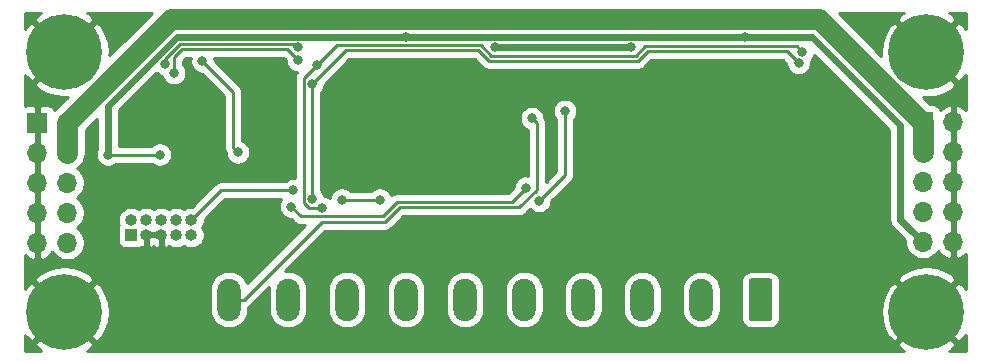
<source format=gbr>
G04 #@! TF.GenerationSoftware,KiCad,Pcbnew,5.1.5+dfsg1-2build2*
G04 #@! TF.CreationDate,2020-10-19T23:11:39-07:00*
G04 #@! TF.ProjectId,evc_seriously,6576635f-7365-4726-996f-75736c792e6b,rev?*
G04 #@! TF.SameCoordinates,Original*
G04 #@! TF.FileFunction,Copper,L2,Bot*
G04 #@! TF.FilePolarity,Positive*
%FSLAX46Y46*%
G04 Gerber Fmt 4.6, Leading zero omitted, Abs format (unit mm)*
G04 Created by KiCad (PCBNEW 5.1.5+dfsg1-2build2) date 2020-10-19 23:11:39*
%MOMM*%
%LPD*%
G04 APERTURE LIST*
%ADD10C,0.100000*%
%ADD11O,2.000000X3.600000*%
%ADD12R,1.000000X1.000000*%
%ADD13O,1.000000X1.000000*%
%ADD14R,1.700000X1.700000*%
%ADD15O,1.700000X1.700000*%
%ADD16C,6.400000*%
%ADD17C,0.800000*%
%ADD18C,1.800000*%
%ADD19C,0.250000*%
%ADD20C,0.600000*%
%ADD21C,0.254000*%
G04 APERTURE END LIST*
G04 #@! TA.AperFunction,ComponentPad*
D10*
G36*
X203720504Y-123169204D02*
G01*
X203744773Y-123172804D01*
X203768571Y-123178765D01*
X203791671Y-123187030D01*
X203813849Y-123197520D01*
X203834893Y-123210133D01*
X203854598Y-123224747D01*
X203872777Y-123241223D01*
X203889253Y-123259402D01*
X203903867Y-123279107D01*
X203916480Y-123300151D01*
X203926970Y-123322329D01*
X203935235Y-123345429D01*
X203941196Y-123369227D01*
X203944796Y-123393496D01*
X203946000Y-123418000D01*
X203946000Y-126518000D01*
X203944796Y-126542504D01*
X203941196Y-126566773D01*
X203935235Y-126590571D01*
X203926970Y-126613671D01*
X203916480Y-126635849D01*
X203903867Y-126656893D01*
X203889253Y-126676598D01*
X203872777Y-126694777D01*
X203854598Y-126711253D01*
X203834893Y-126725867D01*
X203813849Y-126738480D01*
X203791671Y-126748970D01*
X203768571Y-126757235D01*
X203744773Y-126763196D01*
X203720504Y-126766796D01*
X203696000Y-126768000D01*
X202196000Y-126768000D01*
X202171496Y-126766796D01*
X202147227Y-126763196D01*
X202123429Y-126757235D01*
X202100329Y-126748970D01*
X202078151Y-126738480D01*
X202057107Y-126725867D01*
X202037402Y-126711253D01*
X202019223Y-126694777D01*
X202002747Y-126676598D01*
X201988133Y-126656893D01*
X201975520Y-126635849D01*
X201965030Y-126613671D01*
X201956765Y-126590571D01*
X201950804Y-126566773D01*
X201947204Y-126542504D01*
X201946000Y-126518000D01*
X201946000Y-123418000D01*
X201947204Y-123393496D01*
X201950804Y-123369227D01*
X201956765Y-123345429D01*
X201965030Y-123322329D01*
X201975520Y-123300151D01*
X201988133Y-123279107D01*
X202002747Y-123259402D01*
X202019223Y-123241223D01*
X202037402Y-123224747D01*
X202057107Y-123210133D01*
X202078151Y-123197520D01*
X202100329Y-123187030D01*
X202123429Y-123178765D01*
X202147227Y-123172804D01*
X202171496Y-123169204D01*
X202196000Y-123168000D01*
X203696000Y-123168000D01*
X203720504Y-123169204D01*
G37*
G04 #@! TD.AperFunction*
D11*
X197946000Y-124968000D03*
X192946000Y-124968000D03*
X187946000Y-124968000D03*
X182946000Y-124968000D03*
X177946000Y-124968000D03*
X172946000Y-124968000D03*
X167946000Y-124968000D03*
X162946000Y-124968000D03*
X157946000Y-124968000D03*
D12*
X149660000Y-119500000D03*
D13*
X149660000Y-118230000D03*
X150930000Y-119500000D03*
X150930000Y-118230000D03*
X152200000Y-119500000D03*
X152200000Y-118230000D03*
X153470000Y-119500000D03*
X153470000Y-118230000D03*
X154740000Y-119500000D03*
X154740000Y-118230000D03*
D14*
X216710000Y-109920000D03*
D15*
X219250000Y-109920000D03*
X216710000Y-112460000D03*
X219250000Y-112460000D03*
X216710000Y-115000000D03*
X219250000Y-115000000D03*
X216710000Y-117540000D03*
X219250000Y-117540000D03*
X216710000Y-120080000D03*
X219250000Y-120080000D03*
X144272000Y-120160000D03*
X141732000Y-120160000D03*
X144272000Y-117620000D03*
X141732000Y-117620000D03*
X144272000Y-115080000D03*
X141732000Y-115080000D03*
X144272000Y-112540000D03*
X141732000Y-112540000D03*
X144272000Y-110000000D03*
D14*
X141732000Y-110000000D03*
D16*
X217000000Y-126000000D03*
X144000000Y-104000000D03*
X217000000Y-104000000D03*
X144000000Y-126000000D03*
D17*
X174100000Y-101200000D03*
X196700000Y-101200000D03*
X187300000Y-101200000D03*
X153600000Y-101200000D03*
X155900000Y-127200000D03*
X161800000Y-109800000D03*
X157000000Y-111100000D03*
X167400000Y-120800000D03*
X172200000Y-119500000D03*
X174900000Y-119100000D03*
X176000000Y-105700000D03*
X179200000Y-107600000D03*
X199200000Y-106100000D03*
X198100000Y-107500000D03*
X188700000Y-107500000D03*
X202350000Y-112950000D03*
X192950000Y-112950000D03*
X200000000Y-115100000D03*
X205100000Y-127100000D03*
X148100000Y-127200000D03*
X172200000Y-106300000D03*
X160577249Y-105953341D03*
X161800000Y-107700000D03*
X189800000Y-106400000D03*
X183600000Y-107600000D03*
X187700000Y-114200000D03*
X192000000Y-103600000D03*
X180500000Y-103600000D03*
X201600000Y-102700000D03*
X152100000Y-112700000D03*
X147700000Y-112700000D03*
X172900000Y-102700000D03*
X186400000Y-109000000D03*
X184212653Y-116612653D03*
X183600000Y-109600000D03*
X163400000Y-115700000D03*
X165000000Y-116425000D03*
X165000000Y-106700000D03*
X206183772Y-104948685D03*
X165800000Y-117200000D03*
X206500000Y-104000000D03*
X165400000Y-105100000D03*
X152512353Y-105012353D03*
X163800000Y-103600000D03*
X163810602Y-104700000D03*
X153300000Y-105800000D03*
X158700000Y-112500000D03*
X155700000Y-104800000D03*
X167500000Y-116500000D03*
X170725000Y-116500000D03*
X163200000Y-117100000D03*
X183100000Y-115500000D03*
D18*
X207900000Y-101200000D02*
X216620000Y-109920000D01*
X216710000Y-109920000D02*
X216710000Y-112460000D01*
X144272000Y-110000000D02*
X144272000Y-112540000D01*
X144272000Y-110000000D02*
X150236000Y-104036000D01*
X196700000Y-101200000D02*
X207900000Y-101200000D01*
X150236000Y-104036000D02*
X153072000Y-101200000D01*
X187300000Y-101200000D02*
X196700000Y-101200000D01*
X153072000Y-101200000D02*
X187300000Y-101200000D01*
D19*
X154400000Y-127400000D02*
X154600000Y-127200000D01*
D20*
X192000000Y-103600000D02*
X181000000Y-103600000D01*
X180500000Y-103600000D02*
X181000000Y-103600000D01*
X207300000Y-102700000D02*
X201600000Y-102700000D01*
X214800000Y-110200000D02*
X207300000Y-102700000D01*
X214800000Y-118200000D02*
X214800000Y-110200000D01*
X215830001Y-119230001D02*
X214800000Y-118200000D01*
X215860001Y-119230001D02*
X215830001Y-119230001D01*
X216710000Y-120080000D02*
X215860001Y-119230001D01*
X193800000Y-102700000D02*
X201600000Y-102700000D01*
X172900000Y-102700000D02*
X193800000Y-102700000D01*
D19*
X152100000Y-112700000D02*
X147700000Y-112700000D01*
D20*
X147700000Y-108551912D02*
X147700000Y-112700000D01*
X153551912Y-102700000D02*
X147700000Y-108551912D01*
X172900000Y-102700000D02*
X153551912Y-102700000D01*
D19*
X186400000Y-114425306D02*
X186400000Y-109000000D01*
X184212653Y-116612653D02*
X186400000Y-114425306D01*
X183999999Y-109999999D02*
X183600000Y-109600000D01*
X182522994Y-117150008D02*
X183999999Y-115673003D01*
X172386400Y-117150010D02*
X182522994Y-117150008D01*
X171161400Y-118375010D02*
X172386400Y-117150010D01*
X165788989Y-118375011D02*
X171161400Y-118375010D01*
X183999999Y-115673003D02*
X183999999Y-109999999D01*
X159196000Y-124968000D02*
X165788989Y-118375011D01*
X157946000Y-124968000D02*
X159196000Y-124968000D01*
X157270000Y-115700000D02*
X154740000Y-118230000D01*
X163400000Y-115700000D02*
X157270000Y-115700000D01*
X165000000Y-106700000D02*
X165000000Y-116425000D01*
X167824989Y-103875011D02*
X165000000Y-106700000D01*
X179065599Y-103875011D02*
X167824989Y-103875011D01*
X179965599Y-104775011D02*
X179065599Y-103875011D01*
X192561399Y-104775011D02*
X179965599Y-104775011D01*
X193386400Y-103950010D02*
X192561399Y-104775011D01*
X205185097Y-103950010D02*
X193386400Y-103950010D01*
X206183772Y-104948685D02*
X205185097Y-103950010D01*
X164701998Y-117200000D02*
X165800000Y-117200000D01*
X164274999Y-116773001D02*
X164701998Y-117200000D01*
X164274999Y-106225001D02*
X164274999Y-116773001D01*
X165400000Y-105100000D02*
X164274999Y-106225001D01*
X167074999Y-103425001D02*
X165400000Y-105100000D01*
X180151999Y-104325001D02*
X179251999Y-103425001D01*
X179251999Y-103425001D02*
X167074999Y-103425001D01*
X193200000Y-103500000D02*
X192374999Y-104325001D01*
X206000000Y-103500000D02*
X193200000Y-103500000D01*
X192374999Y-104325001D02*
X180151999Y-104325001D01*
X206500000Y-104000000D02*
X206000000Y-103500000D01*
X153810798Y-103325010D02*
X152512353Y-104623455D01*
X152512353Y-104623455D02*
X152512353Y-105012353D01*
X163525010Y-103325010D02*
X153810798Y-103325010D01*
X163800000Y-103600000D02*
X163525010Y-103325010D01*
X163210602Y-104100000D02*
X163810602Y-104700000D01*
X163200000Y-104100000D02*
X163210602Y-104100000D01*
X162875020Y-103775020D02*
X163200000Y-104100000D01*
X153997198Y-103775020D02*
X162875020Y-103775020D01*
X153300000Y-104472218D02*
X153997198Y-103775020D01*
X153300000Y-105800000D02*
X153300000Y-104472218D01*
X158300001Y-112100001D02*
X158300001Y-107400001D01*
X158700000Y-112500000D02*
X158300001Y-112100001D01*
X158300001Y-107400001D02*
X155700000Y-104800000D01*
X167500000Y-116500000D02*
X170700000Y-116500000D01*
X170700000Y-116500000D02*
X170725000Y-116500000D01*
X181900000Y-116700000D02*
X183100000Y-115500000D01*
X170974999Y-117925001D02*
X172200000Y-116700000D01*
X172200000Y-116700000D02*
X181900000Y-116700000D01*
X164025001Y-117925001D02*
X170974999Y-117925001D01*
X163200000Y-117100000D02*
X164025001Y-117925001D01*
D21*
G36*
X141879330Y-100782445D02*
G01*
X141838912Y-100809452D01*
X141478724Y-101299119D01*
X144000000Y-103820395D01*
X146521276Y-101299119D01*
X146161088Y-100809452D01*
X145931745Y-100685000D01*
X151416182Y-100685000D01*
X149203917Y-102897266D01*
X149203912Y-102897270D01*
X147827309Y-104273873D01*
X147853480Y-104024305D01*
X147784178Y-103272062D01*
X147569452Y-102547792D01*
X147217555Y-101879330D01*
X147190548Y-101838912D01*
X146700881Y-101478724D01*
X144179605Y-104000000D01*
X144193748Y-104014143D01*
X144014143Y-104193748D01*
X144000000Y-104179605D01*
X141478724Y-106700881D01*
X141838912Y-107190548D01*
X142502882Y-107550849D01*
X143224385Y-107774694D01*
X143975695Y-107853480D01*
X144275305Y-107825878D01*
X143239920Y-108861263D01*
X143181339Y-108909339D01*
X143174936Y-108917141D01*
X143171502Y-108905820D01*
X143112537Y-108795506D01*
X143033185Y-108698815D01*
X142936494Y-108619463D01*
X142826180Y-108560498D01*
X142706482Y-108524188D01*
X142582000Y-108511928D01*
X142017750Y-108515000D01*
X141859000Y-108673750D01*
X141859000Y-109873000D01*
X141879000Y-109873000D01*
X141879000Y-110127000D01*
X141859000Y-110127000D01*
X141859000Y-112413000D01*
X141879000Y-112413000D01*
X141879000Y-112667000D01*
X141859000Y-112667000D01*
X141859000Y-114953000D01*
X141879000Y-114953000D01*
X141879000Y-115207000D01*
X141859000Y-115207000D01*
X141859000Y-117493000D01*
X141879000Y-117493000D01*
X141879000Y-117747000D01*
X141859000Y-117747000D01*
X141859000Y-120033000D01*
X141879000Y-120033000D01*
X141879000Y-120287000D01*
X141859000Y-120287000D01*
X141859000Y-121480814D01*
X142088891Y-121601481D01*
X142363252Y-121504157D01*
X142613355Y-121355178D01*
X142829588Y-121160269D01*
X143000900Y-120930594D01*
X143118525Y-121106632D01*
X143325368Y-121313475D01*
X143568589Y-121475990D01*
X143838842Y-121587932D01*
X144125740Y-121645000D01*
X144418260Y-121645000D01*
X144705158Y-121587932D01*
X144975411Y-121475990D01*
X145218632Y-121313475D01*
X145425475Y-121106632D01*
X145587990Y-120863411D01*
X145699932Y-120593158D01*
X145757000Y-120306260D01*
X145757000Y-120013740D01*
X145699932Y-119726842D01*
X145587990Y-119456589D01*
X145425475Y-119213368D01*
X145218632Y-119006525D01*
X145044240Y-118890000D01*
X145218632Y-118773475D01*
X145425475Y-118566632D01*
X145587990Y-118323411D01*
X145699932Y-118053158D01*
X145757000Y-117766260D01*
X145757000Y-117473740D01*
X145699932Y-117186842D01*
X145587990Y-116916589D01*
X145425475Y-116673368D01*
X145218632Y-116466525D01*
X145044240Y-116350000D01*
X145218632Y-116233475D01*
X145425475Y-116026632D01*
X145587990Y-115783411D01*
X145699932Y-115513158D01*
X145757000Y-115226260D01*
X145757000Y-114933740D01*
X145699932Y-114646842D01*
X145587990Y-114376589D01*
X145425475Y-114133368D01*
X145218632Y-113926525D01*
X145092255Y-113842083D01*
X145128927Y-113822481D01*
X145362661Y-113630661D01*
X145554481Y-113396927D01*
X145697017Y-113130261D01*
X145784790Y-112840913D01*
X145807000Y-112615408D01*
X145807000Y-110635817D01*
X146765000Y-109677817D01*
X146765001Y-112252702D01*
X146704774Y-112398102D01*
X146665000Y-112598061D01*
X146665000Y-112801939D01*
X146704774Y-113001898D01*
X146782795Y-113190256D01*
X146896063Y-113359774D01*
X147040226Y-113503937D01*
X147209744Y-113617205D01*
X147398102Y-113695226D01*
X147598061Y-113735000D01*
X147801939Y-113735000D01*
X148001898Y-113695226D01*
X148190256Y-113617205D01*
X148359774Y-113503937D01*
X148403711Y-113460000D01*
X151396289Y-113460000D01*
X151440226Y-113503937D01*
X151609744Y-113617205D01*
X151798102Y-113695226D01*
X151998061Y-113735000D01*
X152201939Y-113735000D01*
X152401898Y-113695226D01*
X152590256Y-113617205D01*
X152759774Y-113503937D01*
X152903937Y-113359774D01*
X153017205Y-113190256D01*
X153095226Y-113001898D01*
X153135000Y-112801939D01*
X153135000Y-112598061D01*
X153095226Y-112398102D01*
X153017205Y-112209744D01*
X152903937Y-112040226D01*
X152759774Y-111896063D01*
X152590256Y-111782795D01*
X152401898Y-111704774D01*
X152201939Y-111665000D01*
X151998061Y-111665000D01*
X151798102Y-111704774D01*
X151609744Y-111782795D01*
X151440226Y-111896063D01*
X151396289Y-111940000D01*
X148635000Y-111940000D01*
X148635000Y-108939201D01*
X151805245Y-105768956D01*
X151852579Y-105816290D01*
X152022097Y-105929558D01*
X152210455Y-106007579D01*
X152289126Y-106023227D01*
X152304774Y-106101898D01*
X152382795Y-106290256D01*
X152496063Y-106459774D01*
X152640226Y-106603937D01*
X152809744Y-106717205D01*
X152998102Y-106795226D01*
X153198061Y-106835000D01*
X153401939Y-106835000D01*
X153601898Y-106795226D01*
X153790256Y-106717205D01*
X153959774Y-106603937D01*
X154103937Y-106459774D01*
X154217205Y-106290256D01*
X154295226Y-106101898D01*
X154335000Y-105901939D01*
X154335000Y-105698061D01*
X154295226Y-105498102D01*
X154217205Y-105309744D01*
X154103937Y-105140226D01*
X154060000Y-105096289D01*
X154060000Y-104787019D01*
X154312000Y-104535020D01*
X154697431Y-104535020D01*
X154665000Y-104698061D01*
X154665000Y-104901939D01*
X154704774Y-105101898D01*
X154782795Y-105290256D01*
X154896063Y-105459774D01*
X155040226Y-105603937D01*
X155209744Y-105717205D01*
X155398102Y-105795226D01*
X155598061Y-105835000D01*
X155660199Y-105835000D01*
X157540002Y-107714804D01*
X157540001Y-112062678D01*
X157536325Y-112100001D01*
X157540001Y-112137323D01*
X157540001Y-112137333D01*
X157550998Y-112248986D01*
X157594455Y-112392247D01*
X157665000Y-112524226D01*
X157665000Y-112601939D01*
X157704774Y-112801898D01*
X157782795Y-112990256D01*
X157896063Y-113159774D01*
X158040226Y-113303937D01*
X158209744Y-113417205D01*
X158398102Y-113495226D01*
X158598061Y-113535000D01*
X158801939Y-113535000D01*
X159001898Y-113495226D01*
X159190256Y-113417205D01*
X159359774Y-113303937D01*
X159503937Y-113159774D01*
X159617205Y-112990256D01*
X159695226Y-112801898D01*
X159735000Y-112601939D01*
X159735000Y-112398061D01*
X159695226Y-112198102D01*
X159617205Y-112009744D01*
X159503937Y-111840226D01*
X159359774Y-111696063D01*
X159190256Y-111582795D01*
X159060001Y-111528841D01*
X159060001Y-107437326D01*
X159063677Y-107400001D01*
X159060001Y-107362676D01*
X159060001Y-107362668D01*
X159049004Y-107251015D01*
X159005547Y-107107754D01*
X158934975Y-106975725D01*
X158840002Y-106860000D01*
X158811004Y-106836202D01*
X156735000Y-104760199D01*
X156735000Y-104698061D01*
X156702569Y-104535020D01*
X162560219Y-104535020D01*
X162636196Y-104610997D01*
X162659999Y-104640001D01*
X162748125Y-104712324D01*
X162775602Y-104739801D01*
X162775602Y-104801939D01*
X162815376Y-105001898D01*
X162893397Y-105190256D01*
X163006665Y-105359774D01*
X163150828Y-105503937D01*
X163320346Y-105617205D01*
X163508704Y-105695226D01*
X163696027Y-105732487D01*
X163679870Y-105752175D01*
X163640025Y-105800725D01*
X163585925Y-105901939D01*
X163569453Y-105932755D01*
X163525996Y-106076016D01*
X163514999Y-106187669D01*
X163514999Y-106187679D01*
X163511323Y-106225001D01*
X163514999Y-106262323D01*
X163515000Y-114667598D01*
X163501939Y-114665000D01*
X163298061Y-114665000D01*
X163098102Y-114704774D01*
X162909744Y-114782795D01*
X162740226Y-114896063D01*
X162696289Y-114940000D01*
X157307322Y-114940000D01*
X157269999Y-114936324D01*
X157232676Y-114940000D01*
X157232667Y-114940000D01*
X157121014Y-114950997D01*
X156977753Y-114994454D01*
X156845724Y-115065026D01*
X156729999Y-115159999D01*
X156706201Y-115188997D01*
X154800199Y-117095000D01*
X154628212Y-117095000D01*
X154408933Y-117138617D01*
X154202376Y-117224176D01*
X154105000Y-117289241D01*
X154007624Y-117224176D01*
X153801067Y-117138617D01*
X153581788Y-117095000D01*
X153358212Y-117095000D01*
X153138933Y-117138617D01*
X152932376Y-117224176D01*
X152835000Y-117289241D01*
X152737624Y-117224176D01*
X152531067Y-117138617D01*
X152311788Y-117095000D01*
X152088212Y-117095000D01*
X151868933Y-117138617D01*
X151662376Y-117224176D01*
X151565000Y-117289241D01*
X151467624Y-117224176D01*
X151261067Y-117138617D01*
X151041788Y-117095000D01*
X150818212Y-117095000D01*
X150598933Y-117138617D01*
X150392376Y-117224176D01*
X150295000Y-117289241D01*
X150197624Y-117224176D01*
X149991067Y-117138617D01*
X149771788Y-117095000D01*
X149548212Y-117095000D01*
X149328933Y-117138617D01*
X149122376Y-117224176D01*
X148936480Y-117348388D01*
X148778388Y-117506480D01*
X148654176Y-117692376D01*
X148568617Y-117898933D01*
X148525000Y-118118212D01*
X148525000Y-118341788D01*
X148568617Y-118561067D01*
X148614888Y-118672774D01*
X148570498Y-118755820D01*
X148534188Y-118875518D01*
X148521928Y-119000000D01*
X148521928Y-120000000D01*
X148534188Y-120124482D01*
X148570498Y-120244180D01*
X148629463Y-120354494D01*
X148708815Y-120451185D01*
X148805506Y-120530537D01*
X148915820Y-120589502D01*
X149035518Y-120625812D01*
X149160000Y-120638072D01*
X150160000Y-120638072D01*
X150284482Y-120625812D01*
X150404180Y-120589502D01*
X150493180Y-120541930D01*
X150573136Y-120577446D01*
X150628126Y-120594119D01*
X150803000Y-120467954D01*
X150803000Y-119627000D01*
X151057000Y-119627000D01*
X151057000Y-120467954D01*
X151231874Y-120594119D01*
X151286864Y-120577446D01*
X151490206Y-120487123D01*
X151565000Y-120434361D01*
X151639794Y-120487123D01*
X151843136Y-120577446D01*
X151898126Y-120594119D01*
X152073000Y-120467954D01*
X152073000Y-119627000D01*
X151057000Y-119627000D01*
X150803000Y-119627000D01*
X150798072Y-119627000D01*
X150798072Y-119373000D01*
X150803000Y-119373000D01*
X150803000Y-119361974D01*
X150818212Y-119365000D01*
X151041788Y-119365000D01*
X151057000Y-119361974D01*
X151057000Y-119373000D01*
X152073000Y-119373000D01*
X152073000Y-119361974D01*
X152088212Y-119365000D01*
X152311788Y-119365000D01*
X152327000Y-119361974D01*
X152327000Y-119373000D01*
X152338026Y-119373000D01*
X152335000Y-119388212D01*
X152335000Y-119611788D01*
X152338026Y-119627000D01*
X152327000Y-119627000D01*
X152327000Y-120467954D01*
X152501874Y-120594119D01*
X152556864Y-120577446D01*
X152760206Y-120487123D01*
X152830342Y-120437647D01*
X152932376Y-120505824D01*
X153138933Y-120591383D01*
X153358212Y-120635000D01*
X153581788Y-120635000D01*
X153801067Y-120591383D01*
X154007624Y-120505824D01*
X154105000Y-120440759D01*
X154202376Y-120505824D01*
X154408933Y-120591383D01*
X154628212Y-120635000D01*
X154851788Y-120635000D01*
X155071067Y-120591383D01*
X155277624Y-120505824D01*
X155463520Y-120381612D01*
X155621612Y-120223520D01*
X155745824Y-120037624D01*
X155831383Y-119831067D01*
X155875000Y-119611788D01*
X155875000Y-119388212D01*
X155831383Y-119168933D01*
X155745824Y-118962376D01*
X155680759Y-118865000D01*
X155745824Y-118767624D01*
X155831383Y-118561067D01*
X155875000Y-118341788D01*
X155875000Y-118169801D01*
X157584802Y-116460000D01*
X162382850Y-116460000D01*
X162282795Y-116609744D01*
X162204774Y-116798102D01*
X162165000Y-116998061D01*
X162165000Y-117201939D01*
X162204774Y-117401898D01*
X162282795Y-117590256D01*
X162396063Y-117759774D01*
X162540226Y-117903937D01*
X162709744Y-118017205D01*
X162898102Y-118095226D01*
X163098061Y-118135000D01*
X163160198Y-118135000D01*
X163461202Y-118436003D01*
X163485000Y-118465002D01*
X163513998Y-118488800D01*
X163600725Y-118559975D01*
X163732754Y-118630547D01*
X163876015Y-118674004D01*
X164025001Y-118688678D01*
X164062334Y-118685001D01*
X164404196Y-118685001D01*
X159483882Y-123605316D01*
X159463852Y-123539285D01*
X159312031Y-123255248D01*
X159107714Y-123006286D01*
X158858752Y-122801969D01*
X158574715Y-122650148D01*
X158266516Y-122556657D01*
X157946000Y-122525089D01*
X157625485Y-122556657D01*
X157317286Y-122650148D01*
X157033249Y-122801969D01*
X156784287Y-123006286D01*
X156579970Y-123255248D01*
X156428149Y-123539285D01*
X156334658Y-123847484D01*
X156311000Y-124087678D01*
X156311000Y-125848321D01*
X156334657Y-126088515D01*
X156428148Y-126396714D01*
X156579969Y-126680751D01*
X156784286Y-126929714D01*
X157033248Y-127134031D01*
X157317285Y-127285852D01*
X157625484Y-127379343D01*
X157946000Y-127410911D01*
X158266515Y-127379343D01*
X158574714Y-127285852D01*
X158858751Y-127134031D01*
X159107714Y-126929714D01*
X159312031Y-126680752D01*
X159463852Y-126396715D01*
X159557343Y-126088516D01*
X159581000Y-125848322D01*
X159581000Y-125623968D01*
X159620276Y-125602974D01*
X159736001Y-125508001D01*
X159759804Y-125478997D01*
X161328468Y-123910334D01*
X161311000Y-124087678D01*
X161311000Y-125848321D01*
X161334657Y-126088515D01*
X161428148Y-126396714D01*
X161579969Y-126680751D01*
X161784286Y-126929714D01*
X162033248Y-127134031D01*
X162317285Y-127285852D01*
X162625484Y-127379343D01*
X162946000Y-127410911D01*
X163266515Y-127379343D01*
X163574714Y-127285852D01*
X163858751Y-127134031D01*
X164107714Y-126929714D01*
X164312031Y-126680752D01*
X164463852Y-126396715D01*
X164557343Y-126088516D01*
X164581000Y-125848322D01*
X164581000Y-124087678D01*
X166311000Y-124087678D01*
X166311000Y-125848321D01*
X166334657Y-126088515D01*
X166428148Y-126396714D01*
X166579969Y-126680751D01*
X166784286Y-126929714D01*
X167033248Y-127134031D01*
X167317285Y-127285852D01*
X167625484Y-127379343D01*
X167946000Y-127410911D01*
X168266515Y-127379343D01*
X168574714Y-127285852D01*
X168858751Y-127134031D01*
X169107714Y-126929714D01*
X169312031Y-126680752D01*
X169463852Y-126396715D01*
X169557343Y-126088516D01*
X169581000Y-125848322D01*
X169581000Y-124087678D01*
X171311000Y-124087678D01*
X171311000Y-125848321D01*
X171334657Y-126088515D01*
X171428148Y-126396714D01*
X171579969Y-126680751D01*
X171784286Y-126929714D01*
X172033248Y-127134031D01*
X172317285Y-127285852D01*
X172625484Y-127379343D01*
X172946000Y-127410911D01*
X173266515Y-127379343D01*
X173574714Y-127285852D01*
X173858751Y-127134031D01*
X174107714Y-126929714D01*
X174312031Y-126680752D01*
X174463852Y-126396715D01*
X174557343Y-126088516D01*
X174581000Y-125848322D01*
X174581000Y-124087678D01*
X176311000Y-124087678D01*
X176311000Y-125848321D01*
X176334657Y-126088515D01*
X176428148Y-126396714D01*
X176579969Y-126680751D01*
X176784286Y-126929714D01*
X177033248Y-127134031D01*
X177317285Y-127285852D01*
X177625484Y-127379343D01*
X177946000Y-127410911D01*
X178266515Y-127379343D01*
X178574714Y-127285852D01*
X178858751Y-127134031D01*
X179107714Y-126929714D01*
X179312031Y-126680752D01*
X179463852Y-126396715D01*
X179557343Y-126088516D01*
X179581000Y-125848322D01*
X179581000Y-124087678D01*
X181311000Y-124087678D01*
X181311000Y-125848321D01*
X181334657Y-126088515D01*
X181428148Y-126396714D01*
X181579969Y-126680751D01*
X181784286Y-126929714D01*
X182033248Y-127134031D01*
X182317285Y-127285852D01*
X182625484Y-127379343D01*
X182946000Y-127410911D01*
X183266515Y-127379343D01*
X183574714Y-127285852D01*
X183858751Y-127134031D01*
X184107714Y-126929714D01*
X184312031Y-126680752D01*
X184463852Y-126396715D01*
X184557343Y-126088516D01*
X184581000Y-125848322D01*
X184581000Y-124087678D01*
X186311000Y-124087678D01*
X186311000Y-125848321D01*
X186334657Y-126088515D01*
X186428148Y-126396714D01*
X186579969Y-126680751D01*
X186784286Y-126929714D01*
X187033248Y-127134031D01*
X187317285Y-127285852D01*
X187625484Y-127379343D01*
X187946000Y-127410911D01*
X188266515Y-127379343D01*
X188574714Y-127285852D01*
X188858751Y-127134031D01*
X189107714Y-126929714D01*
X189312031Y-126680752D01*
X189463852Y-126396715D01*
X189557343Y-126088516D01*
X189581000Y-125848322D01*
X189581000Y-124087678D01*
X191311000Y-124087678D01*
X191311000Y-125848321D01*
X191334657Y-126088515D01*
X191428148Y-126396714D01*
X191579969Y-126680751D01*
X191784286Y-126929714D01*
X192033248Y-127134031D01*
X192317285Y-127285852D01*
X192625484Y-127379343D01*
X192946000Y-127410911D01*
X193266515Y-127379343D01*
X193574714Y-127285852D01*
X193858751Y-127134031D01*
X194107714Y-126929714D01*
X194312031Y-126680752D01*
X194463852Y-126396715D01*
X194557343Y-126088516D01*
X194581000Y-125848322D01*
X194581000Y-124087678D01*
X196311000Y-124087678D01*
X196311000Y-125848321D01*
X196334657Y-126088515D01*
X196428148Y-126396714D01*
X196579969Y-126680751D01*
X196784286Y-126929714D01*
X197033248Y-127134031D01*
X197317285Y-127285852D01*
X197625484Y-127379343D01*
X197946000Y-127410911D01*
X198266515Y-127379343D01*
X198574714Y-127285852D01*
X198858751Y-127134031D01*
X199107714Y-126929714D01*
X199312031Y-126680752D01*
X199463852Y-126396715D01*
X199557343Y-126088516D01*
X199581000Y-125848322D01*
X199581000Y-124087678D01*
X199557343Y-123847484D01*
X199463852Y-123539285D01*
X199399024Y-123418000D01*
X201307928Y-123418000D01*
X201307928Y-126518000D01*
X201324992Y-126691254D01*
X201375528Y-126857850D01*
X201457595Y-127011386D01*
X201568038Y-127145962D01*
X201702614Y-127256405D01*
X201856150Y-127338472D01*
X202022746Y-127389008D01*
X202196000Y-127406072D01*
X203696000Y-127406072D01*
X203869254Y-127389008D01*
X204035850Y-127338472D01*
X204189386Y-127256405D01*
X204323962Y-127145962D01*
X204434405Y-127011386D01*
X204516472Y-126857850D01*
X204567008Y-126691254D01*
X204584072Y-126518000D01*
X204584072Y-125975695D01*
X213146520Y-125975695D01*
X213215822Y-126727938D01*
X213430548Y-127452208D01*
X213782445Y-128120670D01*
X213809452Y-128161088D01*
X214299119Y-128521276D01*
X216820395Y-126000000D01*
X214299119Y-123478724D01*
X213809452Y-123838912D01*
X213449151Y-124502882D01*
X213225306Y-125224385D01*
X213146520Y-125975695D01*
X204584072Y-125975695D01*
X204584072Y-123418000D01*
X204572364Y-123299119D01*
X214478724Y-123299119D01*
X217000000Y-125820395D01*
X219521276Y-123299119D01*
X219161088Y-122809452D01*
X218497118Y-122449151D01*
X217775615Y-122225306D01*
X217024305Y-122146520D01*
X216272062Y-122215822D01*
X215547792Y-122430548D01*
X214879330Y-122782445D01*
X214838912Y-122809452D01*
X214478724Y-123299119D01*
X204572364Y-123299119D01*
X204567008Y-123244746D01*
X204516472Y-123078150D01*
X204434405Y-122924614D01*
X204323962Y-122790038D01*
X204189386Y-122679595D01*
X204035850Y-122597528D01*
X203869254Y-122546992D01*
X203696000Y-122529928D01*
X202196000Y-122529928D01*
X202022746Y-122546992D01*
X201856150Y-122597528D01*
X201702614Y-122679595D01*
X201568038Y-122790038D01*
X201457595Y-122924614D01*
X201375528Y-123078150D01*
X201324992Y-123244746D01*
X201307928Y-123418000D01*
X199399024Y-123418000D01*
X199312031Y-123255248D01*
X199107714Y-123006286D01*
X198858752Y-122801969D01*
X198574715Y-122650148D01*
X198266516Y-122556657D01*
X197946000Y-122525089D01*
X197625485Y-122556657D01*
X197317286Y-122650148D01*
X197033249Y-122801969D01*
X196784287Y-123006286D01*
X196579970Y-123255248D01*
X196428149Y-123539285D01*
X196334658Y-123847484D01*
X196311000Y-124087678D01*
X194581000Y-124087678D01*
X194557343Y-123847484D01*
X194463852Y-123539285D01*
X194312031Y-123255248D01*
X194107714Y-123006286D01*
X193858752Y-122801969D01*
X193574715Y-122650148D01*
X193266516Y-122556657D01*
X192946000Y-122525089D01*
X192625485Y-122556657D01*
X192317286Y-122650148D01*
X192033249Y-122801969D01*
X191784287Y-123006286D01*
X191579970Y-123255248D01*
X191428149Y-123539285D01*
X191334658Y-123847484D01*
X191311000Y-124087678D01*
X189581000Y-124087678D01*
X189557343Y-123847484D01*
X189463852Y-123539285D01*
X189312031Y-123255248D01*
X189107714Y-123006286D01*
X188858752Y-122801969D01*
X188574715Y-122650148D01*
X188266516Y-122556657D01*
X187946000Y-122525089D01*
X187625485Y-122556657D01*
X187317286Y-122650148D01*
X187033249Y-122801969D01*
X186784287Y-123006286D01*
X186579970Y-123255248D01*
X186428149Y-123539285D01*
X186334658Y-123847484D01*
X186311000Y-124087678D01*
X184581000Y-124087678D01*
X184557343Y-123847484D01*
X184463852Y-123539285D01*
X184312031Y-123255248D01*
X184107714Y-123006286D01*
X183858752Y-122801969D01*
X183574715Y-122650148D01*
X183266516Y-122556657D01*
X182946000Y-122525089D01*
X182625485Y-122556657D01*
X182317286Y-122650148D01*
X182033249Y-122801969D01*
X181784287Y-123006286D01*
X181579970Y-123255248D01*
X181428149Y-123539285D01*
X181334658Y-123847484D01*
X181311000Y-124087678D01*
X179581000Y-124087678D01*
X179557343Y-123847484D01*
X179463852Y-123539285D01*
X179312031Y-123255248D01*
X179107714Y-123006286D01*
X178858752Y-122801969D01*
X178574715Y-122650148D01*
X178266516Y-122556657D01*
X177946000Y-122525089D01*
X177625485Y-122556657D01*
X177317286Y-122650148D01*
X177033249Y-122801969D01*
X176784287Y-123006286D01*
X176579970Y-123255248D01*
X176428149Y-123539285D01*
X176334658Y-123847484D01*
X176311000Y-124087678D01*
X174581000Y-124087678D01*
X174557343Y-123847484D01*
X174463852Y-123539285D01*
X174312031Y-123255248D01*
X174107714Y-123006286D01*
X173858752Y-122801969D01*
X173574715Y-122650148D01*
X173266516Y-122556657D01*
X172946000Y-122525089D01*
X172625485Y-122556657D01*
X172317286Y-122650148D01*
X172033249Y-122801969D01*
X171784287Y-123006286D01*
X171579970Y-123255248D01*
X171428149Y-123539285D01*
X171334658Y-123847484D01*
X171311000Y-124087678D01*
X169581000Y-124087678D01*
X169557343Y-123847484D01*
X169463852Y-123539285D01*
X169312031Y-123255248D01*
X169107714Y-123006286D01*
X168858752Y-122801969D01*
X168574715Y-122650148D01*
X168266516Y-122556657D01*
X167946000Y-122525089D01*
X167625485Y-122556657D01*
X167317286Y-122650148D01*
X167033249Y-122801969D01*
X166784287Y-123006286D01*
X166579970Y-123255248D01*
X166428149Y-123539285D01*
X166334658Y-123847484D01*
X166311000Y-124087678D01*
X164581000Y-124087678D01*
X164557343Y-123847484D01*
X164463852Y-123539285D01*
X164312031Y-123255248D01*
X164107714Y-123006286D01*
X163858752Y-122801969D01*
X163574715Y-122650148D01*
X163266516Y-122556657D01*
X162946000Y-122525089D01*
X162688335Y-122550467D01*
X166103792Y-119135011D01*
X171124068Y-119135009D01*
X171161400Y-119138686D01*
X171215394Y-119133368D01*
X171310386Y-119124012D01*
X171353842Y-119110830D01*
X171453646Y-119080556D01*
X171585676Y-119009984D01*
X171672402Y-118938809D01*
X171672403Y-118938808D01*
X171701401Y-118915010D01*
X171725199Y-118886012D01*
X172701202Y-117910010D01*
X182485662Y-117910007D01*
X182522994Y-117913684D01*
X182560327Y-117910007D01*
X182671980Y-117899010D01*
X182715436Y-117885828D01*
X182815240Y-117855554D01*
X182947270Y-117784982D01*
X183033996Y-117713807D01*
X183033997Y-117713806D01*
X183062995Y-117690008D01*
X183086793Y-117661010D01*
X183442046Y-117305757D01*
X183552879Y-117416590D01*
X183722397Y-117529858D01*
X183910755Y-117607879D01*
X184110714Y-117647653D01*
X184314592Y-117647653D01*
X184514551Y-117607879D01*
X184702909Y-117529858D01*
X184872427Y-117416590D01*
X185016590Y-117272427D01*
X185129858Y-117102909D01*
X185207879Y-116914551D01*
X185247653Y-116714592D01*
X185247653Y-116652454D01*
X186911004Y-114989104D01*
X186940001Y-114965307D01*
X187034974Y-114849582D01*
X187105546Y-114717553D01*
X187149003Y-114574292D01*
X187160000Y-114462639D01*
X187160000Y-114462631D01*
X187163676Y-114425306D01*
X187160000Y-114387981D01*
X187160000Y-109703711D01*
X187203937Y-109659774D01*
X187317205Y-109490256D01*
X187395226Y-109301898D01*
X187435000Y-109101939D01*
X187435000Y-108898061D01*
X187395226Y-108698102D01*
X187317205Y-108509744D01*
X187203937Y-108340226D01*
X187059774Y-108196063D01*
X186890256Y-108082795D01*
X186701898Y-108004774D01*
X186501939Y-107965000D01*
X186298061Y-107965000D01*
X186098102Y-108004774D01*
X185909744Y-108082795D01*
X185740226Y-108196063D01*
X185596063Y-108340226D01*
X185482795Y-108509744D01*
X185404774Y-108698102D01*
X185365000Y-108898061D01*
X185365000Y-109101939D01*
X185404774Y-109301898D01*
X185482795Y-109490256D01*
X185596063Y-109659774D01*
X185640001Y-109703712D01*
X185640000Y-114110504D01*
X184759999Y-114990506D01*
X184759999Y-110037321D01*
X184763675Y-109999998D01*
X184759999Y-109962676D01*
X184759999Y-109962666D01*
X184749002Y-109851013D01*
X184705545Y-109707752D01*
X184635000Y-109575774D01*
X184635000Y-109498061D01*
X184595226Y-109298102D01*
X184517205Y-109109744D01*
X184403937Y-108940226D01*
X184259774Y-108796063D01*
X184090256Y-108682795D01*
X183901898Y-108604774D01*
X183701939Y-108565000D01*
X183498061Y-108565000D01*
X183298102Y-108604774D01*
X183109744Y-108682795D01*
X182940226Y-108796063D01*
X182796063Y-108940226D01*
X182682795Y-109109744D01*
X182604774Y-109298102D01*
X182565000Y-109498061D01*
X182565000Y-109701939D01*
X182604774Y-109901898D01*
X182682795Y-110090256D01*
X182796063Y-110259774D01*
X182940226Y-110403937D01*
X183109744Y-110517205D01*
X183240000Y-110571159D01*
X183239999Y-114472571D01*
X183201939Y-114465000D01*
X182998061Y-114465000D01*
X182798102Y-114504774D01*
X182609744Y-114582795D01*
X182440226Y-114696063D01*
X182296063Y-114840226D01*
X182182795Y-115009744D01*
X182104774Y-115198102D01*
X182065000Y-115398061D01*
X182065000Y-115460198D01*
X181585199Y-115940000D01*
X172237322Y-115940000D01*
X172199999Y-115936324D01*
X172162676Y-115940000D01*
X172162667Y-115940000D01*
X172051014Y-115950997D01*
X171921592Y-115990256D01*
X171907753Y-115994454D01*
X171775723Y-116065026D01*
X171703526Y-116124277D01*
X171693168Y-116132778D01*
X171642205Y-116009744D01*
X171528937Y-115840226D01*
X171384774Y-115696063D01*
X171215256Y-115582795D01*
X171026898Y-115504774D01*
X170826939Y-115465000D01*
X170623061Y-115465000D01*
X170423102Y-115504774D01*
X170234744Y-115582795D01*
X170065226Y-115696063D01*
X170021289Y-115740000D01*
X168203711Y-115740000D01*
X168159774Y-115696063D01*
X167990256Y-115582795D01*
X167801898Y-115504774D01*
X167601939Y-115465000D01*
X167398061Y-115465000D01*
X167198102Y-115504774D01*
X167009744Y-115582795D01*
X166840226Y-115696063D01*
X166696063Y-115840226D01*
X166582795Y-116009744D01*
X166504774Y-116198102D01*
X166465000Y-116398061D01*
X166465000Y-116401289D01*
X166459774Y-116396063D01*
X166290256Y-116282795D01*
X166101898Y-116204774D01*
X166007746Y-116186046D01*
X165995226Y-116123102D01*
X165917205Y-115934744D01*
X165803937Y-115765226D01*
X165760000Y-115721289D01*
X165760000Y-107403711D01*
X165803937Y-107359774D01*
X165917205Y-107190256D01*
X165995226Y-107001898D01*
X166035000Y-106801939D01*
X166035000Y-106739801D01*
X168139791Y-104635011D01*
X178750798Y-104635011D01*
X179401800Y-105286014D01*
X179425598Y-105315012D01*
X179541323Y-105409985D01*
X179673352Y-105480557D01*
X179816613Y-105524014D01*
X179928266Y-105535011D01*
X179928275Y-105535011D01*
X179965598Y-105538687D01*
X180002921Y-105535011D01*
X192524077Y-105535011D01*
X192561399Y-105538687D01*
X192598721Y-105535011D01*
X192598732Y-105535011D01*
X192710385Y-105524014D01*
X192853646Y-105480557D01*
X192985675Y-105409985D01*
X193101400Y-105315012D01*
X193125202Y-105286009D01*
X193701202Y-104710010D01*
X204870296Y-104710010D01*
X205148772Y-104988487D01*
X205148772Y-105050624D01*
X205188546Y-105250583D01*
X205266567Y-105438941D01*
X205379835Y-105608459D01*
X205523998Y-105752622D01*
X205693516Y-105865890D01*
X205881874Y-105943911D01*
X206081833Y-105983685D01*
X206285711Y-105983685D01*
X206485670Y-105943911D01*
X206674028Y-105865890D01*
X206843546Y-105752622D01*
X206987709Y-105608459D01*
X207100977Y-105438941D01*
X207178998Y-105250583D01*
X207218772Y-105050624D01*
X207218772Y-104846746D01*
X207201881Y-104761830D01*
X207303937Y-104659774D01*
X207417205Y-104490256D01*
X207495226Y-104301898D01*
X207509226Y-104231515D01*
X213865001Y-110587290D01*
X213865000Y-118154068D01*
X213860476Y-118200000D01*
X213865000Y-118245931D01*
X213878529Y-118383291D01*
X213931993Y-118559539D01*
X214018814Y-118721971D01*
X214135656Y-118864344D01*
X214171341Y-118893630D01*
X215136375Y-119858665D01*
X215165657Y-119894345D01*
X215225000Y-119943047D01*
X215225000Y-120226260D01*
X215282068Y-120513158D01*
X215394010Y-120783411D01*
X215556525Y-121026632D01*
X215763368Y-121233475D01*
X216006589Y-121395990D01*
X216276842Y-121507932D01*
X216563740Y-121565000D01*
X216856260Y-121565000D01*
X217143158Y-121507932D01*
X217413411Y-121395990D01*
X217656632Y-121233475D01*
X217863475Y-121026632D01*
X217981100Y-120850594D01*
X218152412Y-121080269D01*
X218368645Y-121275178D01*
X218618748Y-121424157D01*
X218893109Y-121521481D01*
X219123000Y-121400814D01*
X219123000Y-120207000D01*
X219103000Y-120207000D01*
X219103000Y-119953000D01*
X219123000Y-119953000D01*
X219123000Y-117667000D01*
X219103000Y-117667000D01*
X219103000Y-117413000D01*
X219123000Y-117413000D01*
X219123000Y-115127000D01*
X219103000Y-115127000D01*
X219103000Y-114873000D01*
X219123000Y-114873000D01*
X219123000Y-112587000D01*
X219103000Y-112587000D01*
X219103000Y-112333000D01*
X219123000Y-112333000D01*
X219123000Y-110047000D01*
X219103000Y-110047000D01*
X219103000Y-109793000D01*
X219123000Y-109793000D01*
X219123000Y-108599186D01*
X218893109Y-108478519D01*
X218618748Y-108575843D01*
X218368645Y-108724822D01*
X218172498Y-108901626D01*
X218149502Y-108825820D01*
X218090537Y-108715506D01*
X218011185Y-108618815D01*
X217914494Y-108539463D01*
X217804180Y-108480498D01*
X217684482Y-108444188D01*
X217560000Y-108431928D01*
X217302746Y-108431928D01*
X216694847Y-107824029D01*
X216975695Y-107853480D01*
X217727938Y-107784178D01*
X218452208Y-107569452D01*
X219120670Y-107217555D01*
X219161088Y-107190548D01*
X219521276Y-106700881D01*
X217000000Y-104179605D01*
X216985858Y-104193748D01*
X216806253Y-104014143D01*
X216820395Y-104000000D01*
X214299119Y-101478724D01*
X213809452Y-101838912D01*
X213449151Y-102502882D01*
X213225306Y-103224385D01*
X213146520Y-103975695D01*
X213176964Y-104306146D01*
X209555817Y-100685000D01*
X215064436Y-100685000D01*
X214879330Y-100782445D01*
X214838912Y-100809452D01*
X214478724Y-101299119D01*
X217000000Y-103820395D01*
X219521276Y-101299119D01*
X219161088Y-100809452D01*
X218931745Y-100685000D01*
X220315000Y-100685000D01*
X220315000Y-102064436D01*
X220217555Y-101879330D01*
X220190548Y-101838912D01*
X219700881Y-101478724D01*
X217179605Y-104000000D01*
X219700881Y-106521276D01*
X220190548Y-106161088D01*
X220315000Y-105931745D01*
X220315000Y-108890357D01*
X220131355Y-108724822D01*
X219881252Y-108575843D01*
X219606891Y-108478519D01*
X219377000Y-108599186D01*
X219377000Y-109793000D01*
X219397000Y-109793000D01*
X219397000Y-110047000D01*
X219377000Y-110047000D01*
X219377000Y-112333000D01*
X219397000Y-112333000D01*
X219397000Y-112587000D01*
X219377000Y-112587000D01*
X219377000Y-114873000D01*
X219397000Y-114873000D01*
X219397000Y-115127000D01*
X219377000Y-115127000D01*
X219377000Y-117413000D01*
X219397000Y-117413000D01*
X219397000Y-117667000D01*
X219377000Y-117667000D01*
X219377000Y-119953000D01*
X219397000Y-119953000D01*
X219397000Y-120207000D01*
X219377000Y-120207000D01*
X219377000Y-121400814D01*
X219606891Y-121521481D01*
X219881252Y-121424157D01*
X220131355Y-121275178D01*
X220315001Y-121109643D01*
X220315001Y-124064438D01*
X220217555Y-123879330D01*
X220190548Y-123838912D01*
X219700881Y-123478724D01*
X217179605Y-126000000D01*
X219700881Y-128521276D01*
X220190548Y-128161088D01*
X220315001Y-127931744D01*
X220315001Y-129315000D01*
X218935564Y-129315000D01*
X219120670Y-129217555D01*
X219161088Y-129190548D01*
X219521276Y-128700881D01*
X217000000Y-126179605D01*
X214478724Y-128700881D01*
X214838912Y-129190548D01*
X215068255Y-129315000D01*
X145935564Y-129315000D01*
X146120670Y-129217555D01*
X146161088Y-129190548D01*
X146521276Y-128700881D01*
X144000000Y-126179605D01*
X141478724Y-128700881D01*
X141838912Y-129190548D01*
X142068255Y-129315000D01*
X140685000Y-129315000D01*
X140685000Y-127935564D01*
X140782445Y-128120670D01*
X140809452Y-128161088D01*
X141299119Y-128521276D01*
X143820395Y-126000000D01*
X144179605Y-126000000D01*
X146700881Y-128521276D01*
X147190548Y-128161088D01*
X147550849Y-127497118D01*
X147774694Y-126775615D01*
X147853480Y-126024305D01*
X147784178Y-125272062D01*
X147569452Y-124547792D01*
X147217555Y-123879330D01*
X147190548Y-123838912D01*
X146700881Y-123478724D01*
X144179605Y-126000000D01*
X143820395Y-126000000D01*
X141299119Y-123478724D01*
X140809452Y-123838912D01*
X140685000Y-124068255D01*
X140685000Y-123299119D01*
X141478724Y-123299119D01*
X144000000Y-125820395D01*
X146521276Y-123299119D01*
X146161088Y-122809452D01*
X145497118Y-122449151D01*
X144775615Y-122225306D01*
X144024305Y-122146520D01*
X143272062Y-122215822D01*
X142547792Y-122430548D01*
X141879330Y-122782445D01*
X141838912Y-122809452D01*
X141478724Y-123299119D01*
X140685000Y-123299119D01*
X140685000Y-121205868D01*
X140850645Y-121355178D01*
X141100748Y-121504157D01*
X141375109Y-121601481D01*
X141605000Y-121480814D01*
X141605000Y-120287000D01*
X141585000Y-120287000D01*
X141585000Y-120033000D01*
X141605000Y-120033000D01*
X141605000Y-117747000D01*
X141585000Y-117747000D01*
X141585000Y-117493000D01*
X141605000Y-117493000D01*
X141605000Y-115207000D01*
X141585000Y-115207000D01*
X141585000Y-114953000D01*
X141605000Y-114953000D01*
X141605000Y-112667000D01*
X141585000Y-112667000D01*
X141585000Y-112413000D01*
X141605000Y-112413000D01*
X141605000Y-110127000D01*
X141585000Y-110127000D01*
X141585000Y-109873000D01*
X141605000Y-109873000D01*
X141605000Y-108673750D01*
X141446250Y-108515000D01*
X140882000Y-108511928D01*
X140757518Y-108524188D01*
X140685000Y-108546186D01*
X140685000Y-105935564D01*
X140782445Y-106120670D01*
X140809452Y-106161088D01*
X141299119Y-106521276D01*
X143820395Y-104000000D01*
X141299119Y-101478724D01*
X140809452Y-101838912D01*
X140685000Y-102068255D01*
X140685000Y-100685000D01*
X142064436Y-100685000D01*
X141879330Y-100782445D01*
G37*
X141879330Y-100782445D02*
X141838912Y-100809452D01*
X141478724Y-101299119D01*
X144000000Y-103820395D01*
X146521276Y-101299119D01*
X146161088Y-100809452D01*
X145931745Y-100685000D01*
X151416182Y-100685000D01*
X149203917Y-102897266D01*
X149203912Y-102897270D01*
X147827309Y-104273873D01*
X147853480Y-104024305D01*
X147784178Y-103272062D01*
X147569452Y-102547792D01*
X147217555Y-101879330D01*
X147190548Y-101838912D01*
X146700881Y-101478724D01*
X144179605Y-104000000D01*
X144193748Y-104014143D01*
X144014143Y-104193748D01*
X144000000Y-104179605D01*
X141478724Y-106700881D01*
X141838912Y-107190548D01*
X142502882Y-107550849D01*
X143224385Y-107774694D01*
X143975695Y-107853480D01*
X144275305Y-107825878D01*
X143239920Y-108861263D01*
X143181339Y-108909339D01*
X143174936Y-108917141D01*
X143171502Y-108905820D01*
X143112537Y-108795506D01*
X143033185Y-108698815D01*
X142936494Y-108619463D01*
X142826180Y-108560498D01*
X142706482Y-108524188D01*
X142582000Y-108511928D01*
X142017750Y-108515000D01*
X141859000Y-108673750D01*
X141859000Y-109873000D01*
X141879000Y-109873000D01*
X141879000Y-110127000D01*
X141859000Y-110127000D01*
X141859000Y-112413000D01*
X141879000Y-112413000D01*
X141879000Y-112667000D01*
X141859000Y-112667000D01*
X141859000Y-114953000D01*
X141879000Y-114953000D01*
X141879000Y-115207000D01*
X141859000Y-115207000D01*
X141859000Y-117493000D01*
X141879000Y-117493000D01*
X141879000Y-117747000D01*
X141859000Y-117747000D01*
X141859000Y-120033000D01*
X141879000Y-120033000D01*
X141879000Y-120287000D01*
X141859000Y-120287000D01*
X141859000Y-121480814D01*
X142088891Y-121601481D01*
X142363252Y-121504157D01*
X142613355Y-121355178D01*
X142829588Y-121160269D01*
X143000900Y-120930594D01*
X143118525Y-121106632D01*
X143325368Y-121313475D01*
X143568589Y-121475990D01*
X143838842Y-121587932D01*
X144125740Y-121645000D01*
X144418260Y-121645000D01*
X144705158Y-121587932D01*
X144975411Y-121475990D01*
X145218632Y-121313475D01*
X145425475Y-121106632D01*
X145587990Y-120863411D01*
X145699932Y-120593158D01*
X145757000Y-120306260D01*
X145757000Y-120013740D01*
X145699932Y-119726842D01*
X145587990Y-119456589D01*
X145425475Y-119213368D01*
X145218632Y-119006525D01*
X145044240Y-118890000D01*
X145218632Y-118773475D01*
X145425475Y-118566632D01*
X145587990Y-118323411D01*
X145699932Y-118053158D01*
X145757000Y-117766260D01*
X145757000Y-117473740D01*
X145699932Y-117186842D01*
X145587990Y-116916589D01*
X145425475Y-116673368D01*
X145218632Y-116466525D01*
X145044240Y-116350000D01*
X145218632Y-116233475D01*
X145425475Y-116026632D01*
X145587990Y-115783411D01*
X145699932Y-115513158D01*
X145757000Y-115226260D01*
X145757000Y-114933740D01*
X145699932Y-114646842D01*
X145587990Y-114376589D01*
X145425475Y-114133368D01*
X145218632Y-113926525D01*
X145092255Y-113842083D01*
X145128927Y-113822481D01*
X145362661Y-113630661D01*
X145554481Y-113396927D01*
X145697017Y-113130261D01*
X145784790Y-112840913D01*
X145807000Y-112615408D01*
X145807000Y-110635817D01*
X146765000Y-109677817D01*
X146765001Y-112252702D01*
X146704774Y-112398102D01*
X146665000Y-112598061D01*
X146665000Y-112801939D01*
X146704774Y-113001898D01*
X146782795Y-113190256D01*
X146896063Y-113359774D01*
X147040226Y-113503937D01*
X147209744Y-113617205D01*
X147398102Y-113695226D01*
X147598061Y-113735000D01*
X147801939Y-113735000D01*
X148001898Y-113695226D01*
X148190256Y-113617205D01*
X148359774Y-113503937D01*
X148403711Y-113460000D01*
X151396289Y-113460000D01*
X151440226Y-113503937D01*
X151609744Y-113617205D01*
X151798102Y-113695226D01*
X151998061Y-113735000D01*
X152201939Y-113735000D01*
X152401898Y-113695226D01*
X152590256Y-113617205D01*
X152759774Y-113503937D01*
X152903937Y-113359774D01*
X153017205Y-113190256D01*
X153095226Y-113001898D01*
X153135000Y-112801939D01*
X153135000Y-112598061D01*
X153095226Y-112398102D01*
X153017205Y-112209744D01*
X152903937Y-112040226D01*
X152759774Y-111896063D01*
X152590256Y-111782795D01*
X152401898Y-111704774D01*
X152201939Y-111665000D01*
X151998061Y-111665000D01*
X151798102Y-111704774D01*
X151609744Y-111782795D01*
X151440226Y-111896063D01*
X151396289Y-111940000D01*
X148635000Y-111940000D01*
X148635000Y-108939201D01*
X151805245Y-105768956D01*
X151852579Y-105816290D01*
X152022097Y-105929558D01*
X152210455Y-106007579D01*
X152289126Y-106023227D01*
X152304774Y-106101898D01*
X152382795Y-106290256D01*
X152496063Y-106459774D01*
X152640226Y-106603937D01*
X152809744Y-106717205D01*
X152998102Y-106795226D01*
X153198061Y-106835000D01*
X153401939Y-106835000D01*
X153601898Y-106795226D01*
X153790256Y-106717205D01*
X153959774Y-106603937D01*
X154103937Y-106459774D01*
X154217205Y-106290256D01*
X154295226Y-106101898D01*
X154335000Y-105901939D01*
X154335000Y-105698061D01*
X154295226Y-105498102D01*
X154217205Y-105309744D01*
X154103937Y-105140226D01*
X154060000Y-105096289D01*
X154060000Y-104787019D01*
X154312000Y-104535020D01*
X154697431Y-104535020D01*
X154665000Y-104698061D01*
X154665000Y-104901939D01*
X154704774Y-105101898D01*
X154782795Y-105290256D01*
X154896063Y-105459774D01*
X155040226Y-105603937D01*
X155209744Y-105717205D01*
X155398102Y-105795226D01*
X155598061Y-105835000D01*
X155660199Y-105835000D01*
X157540002Y-107714804D01*
X157540001Y-112062678D01*
X157536325Y-112100001D01*
X157540001Y-112137323D01*
X157540001Y-112137333D01*
X157550998Y-112248986D01*
X157594455Y-112392247D01*
X157665000Y-112524226D01*
X157665000Y-112601939D01*
X157704774Y-112801898D01*
X157782795Y-112990256D01*
X157896063Y-113159774D01*
X158040226Y-113303937D01*
X158209744Y-113417205D01*
X158398102Y-113495226D01*
X158598061Y-113535000D01*
X158801939Y-113535000D01*
X159001898Y-113495226D01*
X159190256Y-113417205D01*
X159359774Y-113303937D01*
X159503937Y-113159774D01*
X159617205Y-112990256D01*
X159695226Y-112801898D01*
X159735000Y-112601939D01*
X159735000Y-112398061D01*
X159695226Y-112198102D01*
X159617205Y-112009744D01*
X159503937Y-111840226D01*
X159359774Y-111696063D01*
X159190256Y-111582795D01*
X159060001Y-111528841D01*
X159060001Y-107437326D01*
X159063677Y-107400001D01*
X159060001Y-107362676D01*
X159060001Y-107362668D01*
X159049004Y-107251015D01*
X159005547Y-107107754D01*
X158934975Y-106975725D01*
X158840002Y-106860000D01*
X158811004Y-106836202D01*
X156735000Y-104760199D01*
X156735000Y-104698061D01*
X156702569Y-104535020D01*
X162560219Y-104535020D01*
X162636196Y-104610997D01*
X162659999Y-104640001D01*
X162748125Y-104712324D01*
X162775602Y-104739801D01*
X162775602Y-104801939D01*
X162815376Y-105001898D01*
X162893397Y-105190256D01*
X163006665Y-105359774D01*
X163150828Y-105503937D01*
X163320346Y-105617205D01*
X163508704Y-105695226D01*
X163696027Y-105732487D01*
X163679870Y-105752175D01*
X163640025Y-105800725D01*
X163585925Y-105901939D01*
X163569453Y-105932755D01*
X163525996Y-106076016D01*
X163514999Y-106187669D01*
X163514999Y-106187679D01*
X163511323Y-106225001D01*
X163514999Y-106262323D01*
X163515000Y-114667598D01*
X163501939Y-114665000D01*
X163298061Y-114665000D01*
X163098102Y-114704774D01*
X162909744Y-114782795D01*
X162740226Y-114896063D01*
X162696289Y-114940000D01*
X157307322Y-114940000D01*
X157269999Y-114936324D01*
X157232676Y-114940000D01*
X157232667Y-114940000D01*
X157121014Y-114950997D01*
X156977753Y-114994454D01*
X156845724Y-115065026D01*
X156729999Y-115159999D01*
X156706201Y-115188997D01*
X154800199Y-117095000D01*
X154628212Y-117095000D01*
X154408933Y-117138617D01*
X154202376Y-117224176D01*
X154105000Y-117289241D01*
X154007624Y-117224176D01*
X153801067Y-117138617D01*
X153581788Y-117095000D01*
X153358212Y-117095000D01*
X153138933Y-117138617D01*
X152932376Y-117224176D01*
X152835000Y-117289241D01*
X152737624Y-117224176D01*
X152531067Y-117138617D01*
X152311788Y-117095000D01*
X152088212Y-117095000D01*
X151868933Y-117138617D01*
X151662376Y-117224176D01*
X151565000Y-117289241D01*
X151467624Y-117224176D01*
X151261067Y-117138617D01*
X151041788Y-117095000D01*
X150818212Y-117095000D01*
X150598933Y-117138617D01*
X150392376Y-117224176D01*
X150295000Y-117289241D01*
X150197624Y-117224176D01*
X149991067Y-117138617D01*
X149771788Y-117095000D01*
X149548212Y-117095000D01*
X149328933Y-117138617D01*
X149122376Y-117224176D01*
X148936480Y-117348388D01*
X148778388Y-117506480D01*
X148654176Y-117692376D01*
X148568617Y-117898933D01*
X148525000Y-118118212D01*
X148525000Y-118341788D01*
X148568617Y-118561067D01*
X148614888Y-118672774D01*
X148570498Y-118755820D01*
X148534188Y-118875518D01*
X148521928Y-119000000D01*
X148521928Y-120000000D01*
X148534188Y-120124482D01*
X148570498Y-120244180D01*
X148629463Y-120354494D01*
X148708815Y-120451185D01*
X148805506Y-120530537D01*
X148915820Y-120589502D01*
X149035518Y-120625812D01*
X149160000Y-120638072D01*
X150160000Y-120638072D01*
X150284482Y-120625812D01*
X150404180Y-120589502D01*
X150493180Y-120541930D01*
X150573136Y-120577446D01*
X150628126Y-120594119D01*
X150803000Y-120467954D01*
X150803000Y-119627000D01*
X151057000Y-119627000D01*
X151057000Y-120467954D01*
X151231874Y-120594119D01*
X151286864Y-120577446D01*
X151490206Y-120487123D01*
X151565000Y-120434361D01*
X151639794Y-120487123D01*
X151843136Y-120577446D01*
X151898126Y-120594119D01*
X152073000Y-120467954D01*
X152073000Y-119627000D01*
X151057000Y-119627000D01*
X150803000Y-119627000D01*
X150798072Y-119627000D01*
X150798072Y-119373000D01*
X150803000Y-119373000D01*
X150803000Y-119361974D01*
X150818212Y-119365000D01*
X151041788Y-119365000D01*
X151057000Y-119361974D01*
X151057000Y-119373000D01*
X152073000Y-119373000D01*
X152073000Y-119361974D01*
X152088212Y-119365000D01*
X152311788Y-119365000D01*
X152327000Y-119361974D01*
X152327000Y-119373000D01*
X152338026Y-119373000D01*
X152335000Y-119388212D01*
X152335000Y-119611788D01*
X152338026Y-119627000D01*
X152327000Y-119627000D01*
X152327000Y-120467954D01*
X152501874Y-120594119D01*
X152556864Y-120577446D01*
X152760206Y-120487123D01*
X152830342Y-120437647D01*
X152932376Y-120505824D01*
X153138933Y-120591383D01*
X153358212Y-120635000D01*
X153581788Y-120635000D01*
X153801067Y-120591383D01*
X154007624Y-120505824D01*
X154105000Y-120440759D01*
X154202376Y-120505824D01*
X154408933Y-120591383D01*
X154628212Y-120635000D01*
X154851788Y-120635000D01*
X155071067Y-120591383D01*
X155277624Y-120505824D01*
X155463520Y-120381612D01*
X155621612Y-120223520D01*
X155745824Y-120037624D01*
X155831383Y-119831067D01*
X155875000Y-119611788D01*
X155875000Y-119388212D01*
X155831383Y-119168933D01*
X155745824Y-118962376D01*
X155680759Y-118865000D01*
X155745824Y-118767624D01*
X155831383Y-118561067D01*
X155875000Y-118341788D01*
X155875000Y-118169801D01*
X157584802Y-116460000D01*
X162382850Y-116460000D01*
X162282795Y-116609744D01*
X162204774Y-116798102D01*
X162165000Y-116998061D01*
X162165000Y-117201939D01*
X162204774Y-117401898D01*
X162282795Y-117590256D01*
X162396063Y-117759774D01*
X162540226Y-117903937D01*
X162709744Y-118017205D01*
X162898102Y-118095226D01*
X163098061Y-118135000D01*
X163160198Y-118135000D01*
X163461202Y-118436003D01*
X163485000Y-118465002D01*
X163513998Y-118488800D01*
X163600725Y-118559975D01*
X163732754Y-118630547D01*
X163876015Y-118674004D01*
X164025001Y-118688678D01*
X164062334Y-118685001D01*
X164404196Y-118685001D01*
X159483882Y-123605316D01*
X159463852Y-123539285D01*
X159312031Y-123255248D01*
X159107714Y-123006286D01*
X158858752Y-122801969D01*
X158574715Y-122650148D01*
X158266516Y-122556657D01*
X157946000Y-122525089D01*
X157625485Y-122556657D01*
X157317286Y-122650148D01*
X157033249Y-122801969D01*
X156784287Y-123006286D01*
X156579970Y-123255248D01*
X156428149Y-123539285D01*
X156334658Y-123847484D01*
X156311000Y-124087678D01*
X156311000Y-125848321D01*
X156334657Y-126088515D01*
X156428148Y-126396714D01*
X156579969Y-126680751D01*
X156784286Y-126929714D01*
X157033248Y-127134031D01*
X157317285Y-127285852D01*
X157625484Y-127379343D01*
X157946000Y-127410911D01*
X158266515Y-127379343D01*
X158574714Y-127285852D01*
X158858751Y-127134031D01*
X159107714Y-126929714D01*
X159312031Y-126680752D01*
X159463852Y-126396715D01*
X159557343Y-126088516D01*
X159581000Y-125848322D01*
X159581000Y-125623968D01*
X159620276Y-125602974D01*
X159736001Y-125508001D01*
X159759804Y-125478997D01*
X161328468Y-123910334D01*
X161311000Y-124087678D01*
X161311000Y-125848321D01*
X161334657Y-126088515D01*
X161428148Y-126396714D01*
X161579969Y-126680751D01*
X161784286Y-126929714D01*
X162033248Y-127134031D01*
X162317285Y-127285852D01*
X162625484Y-127379343D01*
X162946000Y-127410911D01*
X163266515Y-127379343D01*
X163574714Y-127285852D01*
X163858751Y-127134031D01*
X164107714Y-126929714D01*
X164312031Y-126680752D01*
X164463852Y-126396715D01*
X164557343Y-126088516D01*
X164581000Y-125848322D01*
X164581000Y-124087678D01*
X166311000Y-124087678D01*
X166311000Y-125848321D01*
X166334657Y-126088515D01*
X166428148Y-126396714D01*
X166579969Y-126680751D01*
X166784286Y-126929714D01*
X167033248Y-127134031D01*
X167317285Y-127285852D01*
X167625484Y-127379343D01*
X167946000Y-127410911D01*
X168266515Y-127379343D01*
X168574714Y-127285852D01*
X168858751Y-127134031D01*
X169107714Y-126929714D01*
X169312031Y-126680752D01*
X169463852Y-126396715D01*
X169557343Y-126088516D01*
X169581000Y-125848322D01*
X169581000Y-124087678D01*
X171311000Y-124087678D01*
X171311000Y-125848321D01*
X171334657Y-126088515D01*
X171428148Y-126396714D01*
X171579969Y-126680751D01*
X171784286Y-126929714D01*
X172033248Y-127134031D01*
X172317285Y-127285852D01*
X172625484Y-127379343D01*
X172946000Y-127410911D01*
X173266515Y-127379343D01*
X173574714Y-127285852D01*
X173858751Y-127134031D01*
X174107714Y-126929714D01*
X174312031Y-126680752D01*
X174463852Y-126396715D01*
X174557343Y-126088516D01*
X174581000Y-125848322D01*
X174581000Y-124087678D01*
X176311000Y-124087678D01*
X176311000Y-125848321D01*
X176334657Y-126088515D01*
X176428148Y-126396714D01*
X176579969Y-126680751D01*
X176784286Y-126929714D01*
X177033248Y-127134031D01*
X177317285Y-127285852D01*
X177625484Y-127379343D01*
X177946000Y-127410911D01*
X178266515Y-127379343D01*
X178574714Y-127285852D01*
X178858751Y-127134031D01*
X179107714Y-126929714D01*
X179312031Y-126680752D01*
X179463852Y-126396715D01*
X179557343Y-126088516D01*
X179581000Y-125848322D01*
X179581000Y-124087678D01*
X181311000Y-124087678D01*
X181311000Y-125848321D01*
X181334657Y-126088515D01*
X181428148Y-126396714D01*
X181579969Y-126680751D01*
X181784286Y-126929714D01*
X182033248Y-127134031D01*
X182317285Y-127285852D01*
X182625484Y-127379343D01*
X182946000Y-127410911D01*
X183266515Y-127379343D01*
X183574714Y-127285852D01*
X183858751Y-127134031D01*
X184107714Y-126929714D01*
X184312031Y-126680752D01*
X184463852Y-126396715D01*
X184557343Y-126088516D01*
X184581000Y-125848322D01*
X184581000Y-124087678D01*
X186311000Y-124087678D01*
X186311000Y-125848321D01*
X186334657Y-126088515D01*
X186428148Y-126396714D01*
X186579969Y-126680751D01*
X186784286Y-126929714D01*
X187033248Y-127134031D01*
X187317285Y-127285852D01*
X187625484Y-127379343D01*
X187946000Y-127410911D01*
X188266515Y-127379343D01*
X188574714Y-127285852D01*
X188858751Y-127134031D01*
X189107714Y-126929714D01*
X189312031Y-126680752D01*
X189463852Y-126396715D01*
X189557343Y-126088516D01*
X189581000Y-125848322D01*
X189581000Y-124087678D01*
X191311000Y-124087678D01*
X191311000Y-125848321D01*
X191334657Y-126088515D01*
X191428148Y-126396714D01*
X191579969Y-126680751D01*
X191784286Y-126929714D01*
X192033248Y-127134031D01*
X192317285Y-127285852D01*
X192625484Y-127379343D01*
X192946000Y-127410911D01*
X193266515Y-127379343D01*
X193574714Y-127285852D01*
X193858751Y-127134031D01*
X194107714Y-126929714D01*
X194312031Y-126680752D01*
X194463852Y-126396715D01*
X194557343Y-126088516D01*
X194581000Y-125848322D01*
X194581000Y-124087678D01*
X196311000Y-124087678D01*
X196311000Y-125848321D01*
X196334657Y-126088515D01*
X196428148Y-126396714D01*
X196579969Y-126680751D01*
X196784286Y-126929714D01*
X197033248Y-127134031D01*
X197317285Y-127285852D01*
X197625484Y-127379343D01*
X197946000Y-127410911D01*
X198266515Y-127379343D01*
X198574714Y-127285852D01*
X198858751Y-127134031D01*
X199107714Y-126929714D01*
X199312031Y-126680752D01*
X199463852Y-126396715D01*
X199557343Y-126088516D01*
X199581000Y-125848322D01*
X199581000Y-124087678D01*
X199557343Y-123847484D01*
X199463852Y-123539285D01*
X199399024Y-123418000D01*
X201307928Y-123418000D01*
X201307928Y-126518000D01*
X201324992Y-126691254D01*
X201375528Y-126857850D01*
X201457595Y-127011386D01*
X201568038Y-127145962D01*
X201702614Y-127256405D01*
X201856150Y-127338472D01*
X202022746Y-127389008D01*
X202196000Y-127406072D01*
X203696000Y-127406072D01*
X203869254Y-127389008D01*
X204035850Y-127338472D01*
X204189386Y-127256405D01*
X204323962Y-127145962D01*
X204434405Y-127011386D01*
X204516472Y-126857850D01*
X204567008Y-126691254D01*
X204584072Y-126518000D01*
X204584072Y-125975695D01*
X213146520Y-125975695D01*
X213215822Y-126727938D01*
X213430548Y-127452208D01*
X213782445Y-128120670D01*
X213809452Y-128161088D01*
X214299119Y-128521276D01*
X216820395Y-126000000D01*
X214299119Y-123478724D01*
X213809452Y-123838912D01*
X213449151Y-124502882D01*
X213225306Y-125224385D01*
X213146520Y-125975695D01*
X204584072Y-125975695D01*
X204584072Y-123418000D01*
X204572364Y-123299119D01*
X214478724Y-123299119D01*
X217000000Y-125820395D01*
X219521276Y-123299119D01*
X219161088Y-122809452D01*
X218497118Y-122449151D01*
X217775615Y-122225306D01*
X217024305Y-122146520D01*
X216272062Y-122215822D01*
X215547792Y-122430548D01*
X214879330Y-122782445D01*
X214838912Y-122809452D01*
X214478724Y-123299119D01*
X204572364Y-123299119D01*
X204567008Y-123244746D01*
X204516472Y-123078150D01*
X204434405Y-122924614D01*
X204323962Y-122790038D01*
X204189386Y-122679595D01*
X204035850Y-122597528D01*
X203869254Y-122546992D01*
X203696000Y-122529928D01*
X202196000Y-122529928D01*
X202022746Y-122546992D01*
X201856150Y-122597528D01*
X201702614Y-122679595D01*
X201568038Y-122790038D01*
X201457595Y-122924614D01*
X201375528Y-123078150D01*
X201324992Y-123244746D01*
X201307928Y-123418000D01*
X199399024Y-123418000D01*
X199312031Y-123255248D01*
X199107714Y-123006286D01*
X198858752Y-122801969D01*
X198574715Y-122650148D01*
X198266516Y-122556657D01*
X197946000Y-122525089D01*
X197625485Y-122556657D01*
X197317286Y-122650148D01*
X197033249Y-122801969D01*
X196784287Y-123006286D01*
X196579970Y-123255248D01*
X196428149Y-123539285D01*
X196334658Y-123847484D01*
X196311000Y-124087678D01*
X194581000Y-124087678D01*
X194557343Y-123847484D01*
X194463852Y-123539285D01*
X194312031Y-123255248D01*
X194107714Y-123006286D01*
X193858752Y-122801969D01*
X193574715Y-122650148D01*
X193266516Y-122556657D01*
X192946000Y-122525089D01*
X192625485Y-122556657D01*
X192317286Y-122650148D01*
X192033249Y-122801969D01*
X191784287Y-123006286D01*
X191579970Y-123255248D01*
X191428149Y-123539285D01*
X191334658Y-123847484D01*
X191311000Y-124087678D01*
X189581000Y-124087678D01*
X189557343Y-123847484D01*
X189463852Y-123539285D01*
X189312031Y-123255248D01*
X189107714Y-123006286D01*
X188858752Y-122801969D01*
X188574715Y-122650148D01*
X188266516Y-122556657D01*
X187946000Y-122525089D01*
X187625485Y-122556657D01*
X187317286Y-122650148D01*
X187033249Y-122801969D01*
X186784287Y-123006286D01*
X186579970Y-123255248D01*
X186428149Y-123539285D01*
X186334658Y-123847484D01*
X186311000Y-124087678D01*
X184581000Y-124087678D01*
X184557343Y-123847484D01*
X184463852Y-123539285D01*
X184312031Y-123255248D01*
X184107714Y-123006286D01*
X183858752Y-122801969D01*
X183574715Y-122650148D01*
X183266516Y-122556657D01*
X182946000Y-122525089D01*
X182625485Y-122556657D01*
X182317286Y-122650148D01*
X182033249Y-122801969D01*
X181784287Y-123006286D01*
X181579970Y-123255248D01*
X181428149Y-123539285D01*
X181334658Y-123847484D01*
X181311000Y-124087678D01*
X179581000Y-124087678D01*
X179557343Y-123847484D01*
X179463852Y-123539285D01*
X179312031Y-123255248D01*
X179107714Y-123006286D01*
X178858752Y-122801969D01*
X178574715Y-122650148D01*
X178266516Y-122556657D01*
X177946000Y-122525089D01*
X177625485Y-122556657D01*
X177317286Y-122650148D01*
X177033249Y-122801969D01*
X176784287Y-123006286D01*
X176579970Y-123255248D01*
X176428149Y-123539285D01*
X176334658Y-123847484D01*
X176311000Y-124087678D01*
X174581000Y-124087678D01*
X174557343Y-123847484D01*
X174463852Y-123539285D01*
X174312031Y-123255248D01*
X174107714Y-123006286D01*
X173858752Y-122801969D01*
X173574715Y-122650148D01*
X173266516Y-122556657D01*
X172946000Y-122525089D01*
X172625485Y-122556657D01*
X172317286Y-122650148D01*
X172033249Y-122801969D01*
X171784287Y-123006286D01*
X171579970Y-123255248D01*
X171428149Y-123539285D01*
X171334658Y-123847484D01*
X171311000Y-124087678D01*
X169581000Y-124087678D01*
X169557343Y-123847484D01*
X169463852Y-123539285D01*
X169312031Y-123255248D01*
X169107714Y-123006286D01*
X168858752Y-122801969D01*
X168574715Y-122650148D01*
X168266516Y-122556657D01*
X167946000Y-122525089D01*
X167625485Y-122556657D01*
X167317286Y-122650148D01*
X167033249Y-122801969D01*
X166784287Y-123006286D01*
X166579970Y-123255248D01*
X166428149Y-123539285D01*
X166334658Y-123847484D01*
X166311000Y-124087678D01*
X164581000Y-124087678D01*
X164557343Y-123847484D01*
X164463852Y-123539285D01*
X164312031Y-123255248D01*
X164107714Y-123006286D01*
X163858752Y-122801969D01*
X163574715Y-122650148D01*
X163266516Y-122556657D01*
X162946000Y-122525089D01*
X162688335Y-122550467D01*
X166103792Y-119135011D01*
X171124068Y-119135009D01*
X171161400Y-119138686D01*
X171215394Y-119133368D01*
X171310386Y-119124012D01*
X171353842Y-119110830D01*
X171453646Y-119080556D01*
X171585676Y-119009984D01*
X171672402Y-118938809D01*
X171672403Y-118938808D01*
X171701401Y-118915010D01*
X171725199Y-118886012D01*
X172701202Y-117910010D01*
X182485662Y-117910007D01*
X182522994Y-117913684D01*
X182560327Y-117910007D01*
X182671980Y-117899010D01*
X182715436Y-117885828D01*
X182815240Y-117855554D01*
X182947270Y-117784982D01*
X183033996Y-117713807D01*
X183033997Y-117713806D01*
X183062995Y-117690008D01*
X183086793Y-117661010D01*
X183442046Y-117305757D01*
X183552879Y-117416590D01*
X183722397Y-117529858D01*
X183910755Y-117607879D01*
X184110714Y-117647653D01*
X184314592Y-117647653D01*
X184514551Y-117607879D01*
X184702909Y-117529858D01*
X184872427Y-117416590D01*
X185016590Y-117272427D01*
X185129858Y-117102909D01*
X185207879Y-116914551D01*
X185247653Y-116714592D01*
X185247653Y-116652454D01*
X186911004Y-114989104D01*
X186940001Y-114965307D01*
X187034974Y-114849582D01*
X187105546Y-114717553D01*
X187149003Y-114574292D01*
X187160000Y-114462639D01*
X187160000Y-114462631D01*
X187163676Y-114425306D01*
X187160000Y-114387981D01*
X187160000Y-109703711D01*
X187203937Y-109659774D01*
X187317205Y-109490256D01*
X187395226Y-109301898D01*
X187435000Y-109101939D01*
X187435000Y-108898061D01*
X187395226Y-108698102D01*
X187317205Y-108509744D01*
X187203937Y-108340226D01*
X187059774Y-108196063D01*
X186890256Y-108082795D01*
X186701898Y-108004774D01*
X186501939Y-107965000D01*
X186298061Y-107965000D01*
X186098102Y-108004774D01*
X185909744Y-108082795D01*
X185740226Y-108196063D01*
X185596063Y-108340226D01*
X185482795Y-108509744D01*
X185404774Y-108698102D01*
X185365000Y-108898061D01*
X185365000Y-109101939D01*
X185404774Y-109301898D01*
X185482795Y-109490256D01*
X185596063Y-109659774D01*
X185640001Y-109703712D01*
X185640000Y-114110504D01*
X184759999Y-114990506D01*
X184759999Y-110037321D01*
X184763675Y-109999998D01*
X184759999Y-109962676D01*
X184759999Y-109962666D01*
X184749002Y-109851013D01*
X184705545Y-109707752D01*
X184635000Y-109575774D01*
X184635000Y-109498061D01*
X184595226Y-109298102D01*
X184517205Y-109109744D01*
X184403937Y-108940226D01*
X184259774Y-108796063D01*
X184090256Y-108682795D01*
X183901898Y-108604774D01*
X183701939Y-108565000D01*
X183498061Y-108565000D01*
X183298102Y-108604774D01*
X183109744Y-108682795D01*
X182940226Y-108796063D01*
X182796063Y-108940226D01*
X182682795Y-109109744D01*
X182604774Y-109298102D01*
X182565000Y-109498061D01*
X182565000Y-109701939D01*
X182604774Y-109901898D01*
X182682795Y-110090256D01*
X182796063Y-110259774D01*
X182940226Y-110403937D01*
X183109744Y-110517205D01*
X183240000Y-110571159D01*
X183239999Y-114472571D01*
X183201939Y-114465000D01*
X182998061Y-114465000D01*
X182798102Y-114504774D01*
X182609744Y-114582795D01*
X182440226Y-114696063D01*
X182296063Y-114840226D01*
X182182795Y-115009744D01*
X182104774Y-115198102D01*
X182065000Y-115398061D01*
X182065000Y-115460198D01*
X181585199Y-115940000D01*
X172237322Y-115940000D01*
X172199999Y-115936324D01*
X172162676Y-115940000D01*
X172162667Y-115940000D01*
X172051014Y-115950997D01*
X171921592Y-115990256D01*
X171907753Y-115994454D01*
X171775723Y-116065026D01*
X171703526Y-116124277D01*
X171693168Y-116132778D01*
X171642205Y-116009744D01*
X171528937Y-115840226D01*
X171384774Y-115696063D01*
X171215256Y-115582795D01*
X171026898Y-115504774D01*
X170826939Y-115465000D01*
X170623061Y-115465000D01*
X170423102Y-115504774D01*
X170234744Y-115582795D01*
X170065226Y-115696063D01*
X170021289Y-115740000D01*
X168203711Y-115740000D01*
X168159774Y-115696063D01*
X167990256Y-115582795D01*
X167801898Y-115504774D01*
X167601939Y-115465000D01*
X167398061Y-115465000D01*
X167198102Y-115504774D01*
X167009744Y-115582795D01*
X166840226Y-115696063D01*
X166696063Y-115840226D01*
X166582795Y-116009744D01*
X166504774Y-116198102D01*
X166465000Y-116398061D01*
X166465000Y-116401289D01*
X166459774Y-116396063D01*
X166290256Y-116282795D01*
X166101898Y-116204774D01*
X166007746Y-116186046D01*
X165995226Y-116123102D01*
X165917205Y-115934744D01*
X165803937Y-115765226D01*
X165760000Y-115721289D01*
X165760000Y-107403711D01*
X165803937Y-107359774D01*
X165917205Y-107190256D01*
X165995226Y-107001898D01*
X166035000Y-106801939D01*
X166035000Y-106739801D01*
X168139791Y-104635011D01*
X178750798Y-104635011D01*
X179401800Y-105286014D01*
X179425598Y-105315012D01*
X179541323Y-105409985D01*
X179673352Y-105480557D01*
X179816613Y-105524014D01*
X179928266Y-105535011D01*
X179928275Y-105535011D01*
X179965598Y-105538687D01*
X180002921Y-105535011D01*
X192524077Y-105535011D01*
X192561399Y-105538687D01*
X192598721Y-105535011D01*
X192598732Y-105535011D01*
X192710385Y-105524014D01*
X192853646Y-105480557D01*
X192985675Y-105409985D01*
X193101400Y-105315012D01*
X193125202Y-105286009D01*
X193701202Y-104710010D01*
X204870296Y-104710010D01*
X205148772Y-104988487D01*
X205148772Y-105050624D01*
X205188546Y-105250583D01*
X205266567Y-105438941D01*
X205379835Y-105608459D01*
X205523998Y-105752622D01*
X205693516Y-105865890D01*
X205881874Y-105943911D01*
X206081833Y-105983685D01*
X206285711Y-105983685D01*
X206485670Y-105943911D01*
X206674028Y-105865890D01*
X206843546Y-105752622D01*
X206987709Y-105608459D01*
X207100977Y-105438941D01*
X207178998Y-105250583D01*
X207218772Y-105050624D01*
X207218772Y-104846746D01*
X207201881Y-104761830D01*
X207303937Y-104659774D01*
X207417205Y-104490256D01*
X207495226Y-104301898D01*
X207509226Y-104231515D01*
X213865001Y-110587290D01*
X213865000Y-118154068D01*
X213860476Y-118200000D01*
X213865000Y-118245931D01*
X213878529Y-118383291D01*
X213931993Y-118559539D01*
X214018814Y-118721971D01*
X214135656Y-118864344D01*
X214171341Y-118893630D01*
X215136375Y-119858665D01*
X215165657Y-119894345D01*
X215225000Y-119943047D01*
X215225000Y-120226260D01*
X215282068Y-120513158D01*
X215394010Y-120783411D01*
X215556525Y-121026632D01*
X215763368Y-121233475D01*
X216006589Y-121395990D01*
X216276842Y-121507932D01*
X216563740Y-121565000D01*
X216856260Y-121565000D01*
X217143158Y-121507932D01*
X217413411Y-121395990D01*
X217656632Y-121233475D01*
X217863475Y-121026632D01*
X217981100Y-120850594D01*
X218152412Y-121080269D01*
X218368645Y-121275178D01*
X218618748Y-121424157D01*
X218893109Y-121521481D01*
X219123000Y-121400814D01*
X219123000Y-120207000D01*
X219103000Y-120207000D01*
X219103000Y-119953000D01*
X219123000Y-119953000D01*
X219123000Y-117667000D01*
X219103000Y-117667000D01*
X219103000Y-117413000D01*
X219123000Y-117413000D01*
X219123000Y-115127000D01*
X219103000Y-115127000D01*
X219103000Y-114873000D01*
X219123000Y-114873000D01*
X219123000Y-112587000D01*
X219103000Y-112587000D01*
X219103000Y-112333000D01*
X219123000Y-112333000D01*
X219123000Y-110047000D01*
X219103000Y-110047000D01*
X219103000Y-109793000D01*
X219123000Y-109793000D01*
X219123000Y-108599186D01*
X218893109Y-108478519D01*
X218618748Y-108575843D01*
X218368645Y-108724822D01*
X218172498Y-108901626D01*
X218149502Y-108825820D01*
X218090537Y-108715506D01*
X218011185Y-108618815D01*
X217914494Y-108539463D01*
X217804180Y-108480498D01*
X217684482Y-108444188D01*
X217560000Y-108431928D01*
X217302746Y-108431928D01*
X216694847Y-107824029D01*
X216975695Y-107853480D01*
X217727938Y-107784178D01*
X218452208Y-107569452D01*
X219120670Y-107217555D01*
X219161088Y-107190548D01*
X219521276Y-106700881D01*
X217000000Y-104179605D01*
X216985858Y-104193748D01*
X216806253Y-104014143D01*
X216820395Y-104000000D01*
X214299119Y-101478724D01*
X213809452Y-101838912D01*
X213449151Y-102502882D01*
X213225306Y-103224385D01*
X213146520Y-103975695D01*
X213176964Y-104306146D01*
X209555817Y-100685000D01*
X215064436Y-100685000D01*
X214879330Y-100782445D01*
X214838912Y-100809452D01*
X214478724Y-101299119D01*
X217000000Y-103820395D01*
X219521276Y-101299119D01*
X219161088Y-100809452D01*
X218931745Y-100685000D01*
X220315000Y-100685000D01*
X220315000Y-102064436D01*
X220217555Y-101879330D01*
X220190548Y-101838912D01*
X219700881Y-101478724D01*
X217179605Y-104000000D01*
X219700881Y-106521276D01*
X220190548Y-106161088D01*
X220315000Y-105931745D01*
X220315000Y-108890357D01*
X220131355Y-108724822D01*
X219881252Y-108575843D01*
X219606891Y-108478519D01*
X219377000Y-108599186D01*
X219377000Y-109793000D01*
X219397000Y-109793000D01*
X219397000Y-110047000D01*
X219377000Y-110047000D01*
X219377000Y-112333000D01*
X219397000Y-112333000D01*
X219397000Y-112587000D01*
X219377000Y-112587000D01*
X219377000Y-114873000D01*
X219397000Y-114873000D01*
X219397000Y-115127000D01*
X219377000Y-115127000D01*
X219377000Y-117413000D01*
X219397000Y-117413000D01*
X219397000Y-117667000D01*
X219377000Y-117667000D01*
X219377000Y-119953000D01*
X219397000Y-119953000D01*
X219397000Y-120207000D01*
X219377000Y-120207000D01*
X219377000Y-121400814D01*
X219606891Y-121521481D01*
X219881252Y-121424157D01*
X220131355Y-121275178D01*
X220315001Y-121109643D01*
X220315001Y-124064438D01*
X220217555Y-123879330D01*
X220190548Y-123838912D01*
X219700881Y-123478724D01*
X217179605Y-126000000D01*
X219700881Y-128521276D01*
X220190548Y-128161088D01*
X220315001Y-127931744D01*
X220315001Y-129315000D01*
X218935564Y-129315000D01*
X219120670Y-129217555D01*
X219161088Y-129190548D01*
X219521276Y-128700881D01*
X217000000Y-126179605D01*
X214478724Y-128700881D01*
X214838912Y-129190548D01*
X215068255Y-129315000D01*
X145935564Y-129315000D01*
X146120670Y-129217555D01*
X146161088Y-129190548D01*
X146521276Y-128700881D01*
X144000000Y-126179605D01*
X141478724Y-128700881D01*
X141838912Y-129190548D01*
X142068255Y-129315000D01*
X140685000Y-129315000D01*
X140685000Y-127935564D01*
X140782445Y-128120670D01*
X140809452Y-128161088D01*
X141299119Y-128521276D01*
X143820395Y-126000000D01*
X144179605Y-126000000D01*
X146700881Y-128521276D01*
X147190548Y-128161088D01*
X147550849Y-127497118D01*
X147774694Y-126775615D01*
X147853480Y-126024305D01*
X147784178Y-125272062D01*
X147569452Y-124547792D01*
X147217555Y-123879330D01*
X147190548Y-123838912D01*
X146700881Y-123478724D01*
X144179605Y-126000000D01*
X143820395Y-126000000D01*
X141299119Y-123478724D01*
X140809452Y-123838912D01*
X140685000Y-124068255D01*
X140685000Y-123299119D01*
X141478724Y-123299119D01*
X144000000Y-125820395D01*
X146521276Y-123299119D01*
X146161088Y-122809452D01*
X145497118Y-122449151D01*
X144775615Y-122225306D01*
X144024305Y-122146520D01*
X143272062Y-122215822D01*
X142547792Y-122430548D01*
X141879330Y-122782445D01*
X141838912Y-122809452D01*
X141478724Y-123299119D01*
X140685000Y-123299119D01*
X140685000Y-121205868D01*
X140850645Y-121355178D01*
X141100748Y-121504157D01*
X141375109Y-121601481D01*
X141605000Y-121480814D01*
X141605000Y-120287000D01*
X141585000Y-120287000D01*
X141585000Y-120033000D01*
X141605000Y-120033000D01*
X141605000Y-117747000D01*
X141585000Y-117747000D01*
X141585000Y-117493000D01*
X141605000Y-117493000D01*
X141605000Y-115207000D01*
X141585000Y-115207000D01*
X141585000Y-114953000D01*
X141605000Y-114953000D01*
X141605000Y-112667000D01*
X141585000Y-112667000D01*
X141585000Y-112413000D01*
X141605000Y-112413000D01*
X141605000Y-110127000D01*
X141585000Y-110127000D01*
X141585000Y-109873000D01*
X141605000Y-109873000D01*
X141605000Y-108673750D01*
X141446250Y-108515000D01*
X140882000Y-108511928D01*
X140757518Y-108524188D01*
X140685000Y-108546186D01*
X140685000Y-105935564D01*
X140782445Y-106120670D01*
X140809452Y-106161088D01*
X141299119Y-106521276D01*
X143820395Y-104000000D01*
X141299119Y-101478724D01*
X140809452Y-101838912D01*
X140685000Y-102068255D01*
X140685000Y-100685000D01*
X142064436Y-100685000D01*
X141879330Y-100782445D01*
M02*

</source>
